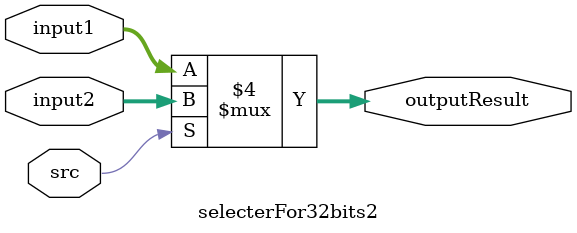
<source format=v>
`timescale 1ns / 1ps


module selecterFor32bits2(
    input src,
    input[31:0] input1,
    input[31:0] input2,
    output reg[31:0] outputResult
    );
    always@(src or input1 or input2)
    begin
        if(src == 0)
        begin
            outputResult = input1;
        end
        else
        begin
            outputResult = input2;
        end
    end
endmodule

</source>
